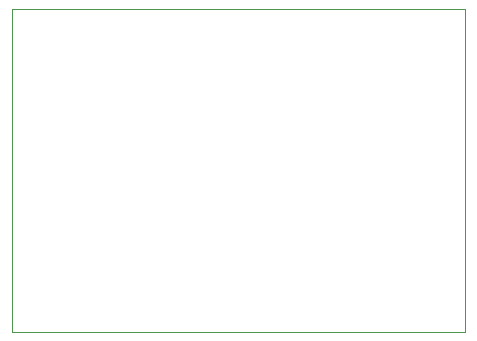
<source format=gbr>
%TF.GenerationSoftware,KiCad,Pcbnew,(6.0.4-0)*%
%TF.CreationDate,2022-04-22T16:48:50+08:00*%
%TF.ProjectId,esp32c3,65737033-3263-4332-9e6b-696361645f70,rev?*%
%TF.SameCoordinates,Original*%
%TF.FileFunction,Profile,NP*%
%FSLAX46Y46*%
G04 Gerber Fmt 4.6, Leading zero omitted, Abs format (unit mm)*
G04 Created by KiCad (PCBNEW (6.0.4-0)) date 2022-04-22 16:48:50*
%MOMM*%
%LPD*%
G01*
G04 APERTURE LIST*
%TA.AperFunction,Profile*%
%ADD10C,0.100000*%
%TD*%
G04 APERTURE END LIST*
D10*
X41013000Y-69101200D02*
X79367000Y-69101200D01*
X79367000Y-69101200D02*
X79367000Y-96490000D01*
X79367000Y-96490000D02*
X41013000Y-96490000D01*
X41013000Y-96490000D02*
X41013000Y-69101200D01*
M02*

</source>
